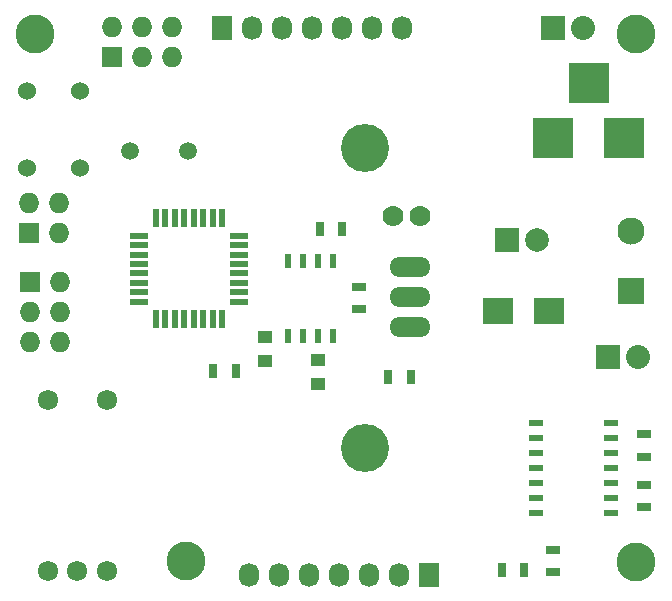
<source format=gts>
G04 #@! TF.FileFunction,Soldermask,Top*
%FSLAX46Y46*%
G04 Gerber Fmt 4.6, Leading zero omitted, Abs format (unit mm)*
G04 Created by KiCad (PCBNEW (2015-01-16 BZR 5376)-product) date 3/6/2015 10:24:15 PM*
%MOMM*%
G01*
G04 APERTURE LIST*
%ADD10C,0.100000*%
%ADD11O,3.500120X1.699260*%
%ADD12R,1.250000X1.000000*%
%ADD13C,2.300000*%
%ADD14R,2.300000X2.300000*%
%ADD15R,0.700000X1.300000*%
%ADD16R,1.300000X0.700000*%
%ADD17C,1.524000*%
%ADD18R,0.508000X1.143000*%
%ADD19C,1.501140*%
%ADD20R,1.727200X1.727200*%
%ADD21O,1.727200X1.727200*%
%ADD22C,4.064000*%
%ADD23R,1.143000X0.508000*%
%ADD24R,2.499360X2.301240*%
%ADD25R,3.500120X3.500120*%
%ADD26C,1.724000*%
%ADD27R,1.998980X1.998980*%
%ADD28C,1.998980*%
%ADD29R,0.550000X1.600000*%
%ADD30R,1.600000X0.550000*%
%ADD31C,3.300000*%
%ADD32R,1.727200X2.032000*%
%ADD33O,1.727200X2.032000*%
%ADD34C,1.778000*%
%ADD35R,2.032000X2.032000*%
%ADD36O,2.032000X2.032000*%
G04 APERTURE END LIST*
D10*
D11*
X202819000Y-74930000D03*
X202819000Y-77470000D03*
X202819000Y-72390000D03*
D12*
X195021200Y-80280000D03*
X195021200Y-82280000D03*
X190500000Y-78349600D03*
X190500000Y-80349600D03*
D13*
X221488000Y-69342000D03*
D14*
X221488000Y-74422000D03*
D15*
X186146400Y-81229200D03*
X188046400Y-81229200D03*
X202880000Y-81737200D03*
X200980000Y-81737200D03*
D16*
X198526400Y-74081600D03*
X198526400Y-75981600D03*
X222605600Y-86578400D03*
X222605600Y-88478400D03*
X222605600Y-90845600D03*
X222605600Y-92745600D03*
X214884000Y-96332000D03*
X214884000Y-98232000D03*
D15*
X212481200Y-98044000D03*
X210581200Y-98044000D03*
D17*
X174868400Y-57481400D03*
X174868400Y-63981400D03*
X170368400Y-63981400D03*
X170368400Y-57481400D03*
D18*
X192506600Y-71907400D03*
X193776600Y-71907400D03*
X195046600Y-71907400D03*
X196316600Y-71907400D03*
X196316600Y-78257400D03*
X195046600Y-78257400D03*
X193776600Y-78257400D03*
X192506600Y-78257400D03*
D19*
X184000140Y-62611000D03*
X179118260Y-62611000D03*
D20*
X170637200Y-73660000D03*
D21*
X173177200Y-73660000D03*
X170637200Y-76200000D03*
X173177200Y-76200000D03*
X170637200Y-78740000D03*
X173177200Y-78740000D03*
D22*
X199000000Y-62300000D03*
X199000000Y-87700000D03*
D23*
X213487000Y-85598000D03*
X213487000Y-86868000D03*
X213487000Y-88138000D03*
X213487000Y-89408000D03*
X213487000Y-90678000D03*
X213487000Y-91948000D03*
X213487000Y-93218000D03*
X219837000Y-93218000D03*
X219837000Y-91948000D03*
X219837000Y-89408000D03*
X219837000Y-88138000D03*
X219837000Y-86868000D03*
X219837000Y-85598000D03*
X219837000Y-90678000D03*
D24*
X214543640Y-76149200D03*
X210245960Y-76149200D03*
D25*
X214932260Y-61493400D03*
X220931740Y-61493400D03*
X217932000Y-56794400D03*
D20*
X177571400Y-54660800D03*
D21*
X177571400Y-52120800D03*
X180111400Y-54660800D03*
X180111400Y-52120800D03*
X182651400Y-54660800D03*
X182651400Y-52120800D03*
D26*
X172150400Y-98178000D03*
X174650400Y-98178000D03*
X177150400Y-98178000D03*
X172150400Y-83678000D03*
X177150400Y-83678000D03*
D27*
X211023200Y-70078600D03*
D28*
X213563200Y-70078600D03*
D29*
X186899200Y-68292400D03*
X186099200Y-68292400D03*
X185299200Y-68292400D03*
X184499200Y-68292400D03*
X183699200Y-68292400D03*
X182899200Y-68292400D03*
X182099200Y-68292400D03*
X181299200Y-68292400D03*
D30*
X179849200Y-69742400D03*
X179849200Y-70542400D03*
X179849200Y-71342400D03*
X179849200Y-72142400D03*
X179849200Y-72942400D03*
X179849200Y-73742400D03*
X179849200Y-74542400D03*
X179849200Y-75342400D03*
D29*
X181299200Y-76792400D03*
X182099200Y-76792400D03*
X182899200Y-76792400D03*
X183699200Y-76792400D03*
X184499200Y-76792400D03*
X185299200Y-76792400D03*
X186099200Y-76792400D03*
X186899200Y-76792400D03*
D30*
X188349200Y-75342400D03*
X188349200Y-74542400D03*
X188349200Y-73742400D03*
X188349200Y-72942400D03*
X188349200Y-72142400D03*
X188349200Y-71342400D03*
X188349200Y-70542400D03*
X188349200Y-69742400D03*
D20*
X170561000Y-69545200D03*
D21*
X170561000Y-67005200D03*
X173101000Y-69545200D03*
X173101000Y-67005200D03*
D31*
X221970600Y-97358200D03*
X183845200Y-97332800D03*
X171094400Y-52654200D03*
X221919800Y-52654200D03*
D32*
X204419200Y-98450400D03*
D33*
X201879200Y-98450400D03*
X199339200Y-98450400D03*
X196799200Y-98450400D03*
X194259200Y-98450400D03*
X191719200Y-98450400D03*
X189179200Y-98450400D03*
D15*
X195163400Y-69164200D03*
X197063400Y-69164200D03*
D34*
X203631800Y-68046600D03*
X201345800Y-68046600D03*
D35*
X214909400Y-52197000D03*
D36*
X217449400Y-52197000D03*
D35*
X219583000Y-80060800D03*
D36*
X222123000Y-80060800D03*
D32*
X186893200Y-52197000D03*
D33*
X189433200Y-52197000D03*
X191973200Y-52197000D03*
X194513200Y-52197000D03*
X197053200Y-52197000D03*
X199593200Y-52197000D03*
X202133200Y-52197000D03*
M02*

</source>
